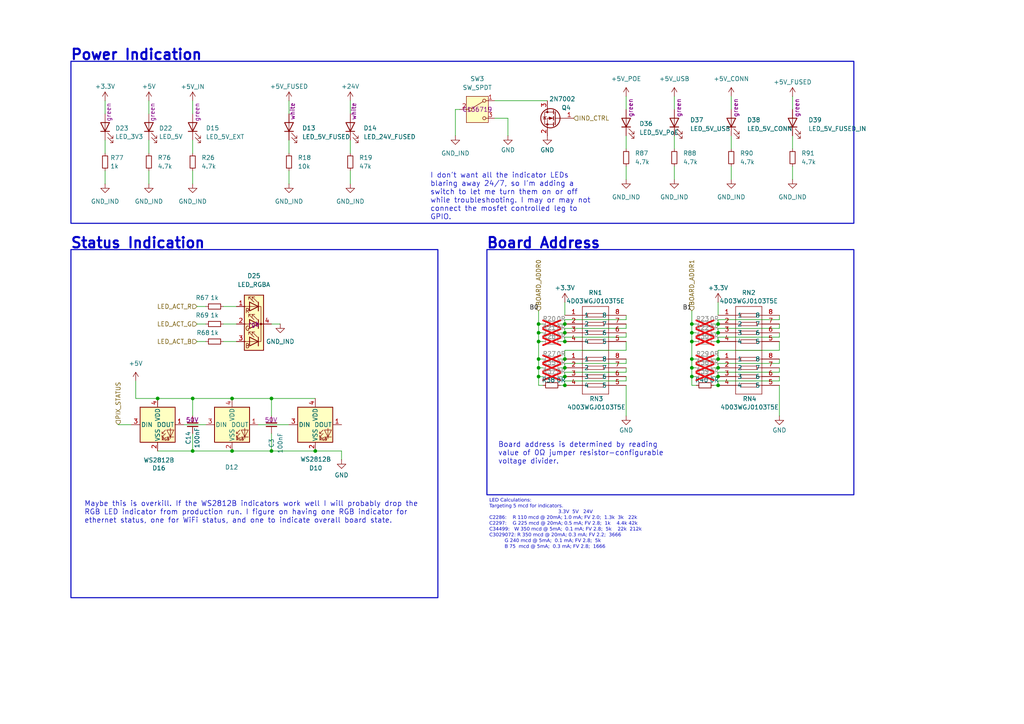
<source format=kicad_sch>
(kicad_sch (version 20250114) (generator "eeschema") (generator_version "9.0")
  (paper "A4")
  (lib_symbols
    (symbol "Device:C_Small" (pin_numbers (hide yes)) (pin_names (offset 0.254) (hide yes))
      (property "Reference" "C" (at 0.254 1.778 0))
      (property "Value" "C_Small" (at 0.254 -2.032 0))
      (symbol "C_Small_0_1"
        (polyline (pts (xy -1.524 0.508) (xy 1.524 0.508)) (stroke (width 0.3048)))
        (polyline (pts (xy -1.524 -0.508) (xy 1.524 -0.508)) (stroke (width 0.3302)))
      )
      (symbol "C_Small_1_1"
        (pin passive line (at 0 2.54 270) (length 2.032) (name "~") (number "1"))
        (pin passive line (at 0 -2.54 90) (length 2.032) (name "~") (number "2"))
      )
    )
    (symbol "Device:LED" (pin_numbers (hide yes)) (pin_names (offset 1.016) (hide yes))
      (property "Reference" "D" (at 0 2.54 0))
      (property "Value" "LED" (at 0 -2.54 0))
      (symbol "LED_0_1"
        (polyline (pts (xy -3.048 -0.762) (xy -4.572 -2.286) (xy -3.81 -2.286) (xy -4.572 -2.286) (xy -4.572 -1.524)))
        (polyline (pts (xy -1.778 -0.762) (xy -3.302 -2.286) (xy -2.54 -2.286) (xy -3.302 -2.286) (xy -3.302 -1.524)))
        (polyline (pts (xy -1.27 0) (xy 1.27 0)))
        (polyline (pts (xy -1.27 -1.27) (xy -1.27 1.27)) (stroke (width 0.254)))
        (polyline (pts (xy 1.27 -1.27) (xy 1.27 1.27) (xy -1.27 0) (xy 1.27 -1.27)) (stroke (width 0.254)))
      )
      (symbol "LED_1_1"
        (pin passive line (at -3.81 0 0) (length 2.54) (name "K") (number "1"))
        (pin passive line (at 3.81 0 180) (length 2.54) (name "A") (number "2"))
      )
    )
    (symbol "Device:LED_RGBK" (pin_names (offset 0) (hide yes))
      (property "Reference" "D" (at 0 9.398 0))
      (property "Value" "LED_RGBK" (at 0 -8.89 0))
      (symbol "LED_RGBK_0_0"
        (text "R" (at 1.905 3.81 0) (effects (font (size 1.27 1.27))))
        (text "G" (at 1.905 -1.27 0) (effects (font (size 1.27 1.27))))
        (text "B" (at 1.905 -6.35 0) (effects (font (size 1.27 1.27))))
      )
      (symbol "LED_RGBK_0_1"
        (circle (center -2.032 0) (radius 0.254) (fill (type outline)))
        (polyline (pts (xy -1.27 6.35) (xy -1.27 3.81)) (stroke (width 0.254)))
        (polyline (pts (xy -1.27 6.35) (xy -1.27 3.81) (xy -1.27 3.81)))
        (polyline (pts (xy -1.27 5.08) (xy 1.27 5.08)))
        (polyline (pts (xy -1.27 5.08) (xy -2.032 5.08) (xy -2.032 -5.08) (xy -1.016 -5.08)))
        (polyline (pts (xy -1.27 1.27) (xy -1.27 -1.27)) (stroke (width 0.254)))
        (polyline (pts (xy -1.27 1.27) (xy -1.27 -1.27) (xy -1.27 -1.27)))
        (polyline (pts (xy -1.27 0) (xy -2.54 0)))
        (polyline (pts (xy -1.27 -3.81) (xy -1.27 -6.35)) (stroke (width 0.254)))
        (polyline (pts (xy -1.27 -5.08) (xy 1.27 -5.08)))
        (polyline (pts (xy -1.016 6.35) (xy 0.508 7.874) (xy -0.254 7.874) (xy 0.508 7.874) (xy 0.508 7.112)))
        (polyline (pts (xy -1.016 1.27) (xy 0.508 2.794) (xy -0.254 2.794) (xy 0.508 2.794) (xy 0.508 2.032)))
        (polyline (pts (xy -1.016 -3.81) (xy 0.508 -2.286) (xy -0.254 -2.286) (xy 0.508 -2.286) (xy 0.508 -3.048)))
        (polyline (pts (xy 0 6.35) (xy 1.524 7.874) (xy 0.762 7.874) (xy 1.524 7.874) (xy 1.524 7.112)))
        (polyline (pts (xy 0 1.27) (xy 1.524 2.794) (xy 0.762 2.794) (xy 1.524 2.794) (xy 1.524 2.032)))
        (polyline (pts (xy 0 -3.81) (xy 1.524 -2.286) (xy 0.762 -2.286) (xy 1.524 -2.286) (xy 1.524 -3.048)))
        (polyline (pts (xy 1.27 6.35) (xy 1.27 3.81) (xy -1.27 5.08) (xy 1.27 6.35)) (stroke (width 0.254)))
        (rectangle (start 1.27 6.35) (end 1.27 6.35))
        (polyline (pts (xy 1.27 5.08) (xy 2.54 5.08)))
        (rectangle (start 1.27 3.81) (end 1.27 6.35))
        (polyline (pts (xy 1.27 1.27) (xy 1.27 -1.27) (xy -1.27 0) (xy 1.27 1.27)) (stroke (width 0.254)))
        (rectangle (start 1.27 1.27) (end 1.27 1.27))
        (polyline (pts (xy 1.27 0) (xy -1.27 0)))
        (polyline (pts (xy 1.27 0) (xy 2.54 0)))
        (rectangle (start 1.27 -1.27) (end 1.27 1.27))
        (polyline (pts (xy 1.27 -3.81) (xy 1.27 -6.35) (xy -1.27 -5.08) (xy 1.27 -3.81)) (stroke (width 0.254)))
        (polyline (pts (xy 1.27 -5.08) (xy 2.54 -5.08)))
        (rectangle (start 2.794 8.382) (end -2.794 -7.62) (stroke (width 0.254)) (fill (type background)))
      )
      (symbol "LED_RGBK_1_1"
        (pin passive line (at -5.08 0 0) (length 2.54) (name "K") (number "4"))
        (pin passive line (at 5.08 5.08 180) (length 2.54) (name "RA") (number "1"))
        (pin passive line (at 5.08 0 180) (length 2.54) (name "GA") (number "2"))
        (pin passive line (at 5.08 -5.08 180) (length 2.54) (name "BA") (number "3"))
      )
    )
    (symbol "Device:R_Small" (pin_numbers (hide yes)) (pin_names (offset 0.254) (hide yes))
      (property "Reference" "R" (at 0.762 0.508 0))
      (property "Value" "R_Small" (at 0.762 -1.016 0))
      (symbol "R_Small_0_1"
        (rectangle (start -0.762 1.778) (end 0.762 -1.778) (stroke (width 0.2032)))
      )
      (symbol "R_Small_1_1"
        (pin passive line (at 0 2.54 270) (length 0.762) (name "~") (number "1"))
        (pin passive line (at 0 -2.54 90) (length 0.762) (name "~") (number "2"))
      )
    )
    (symbol "LED:WS2812B-2020" (pin_names (offset 0.254))
      (property "Reference" "D" (at 5.08 5.715 0))
      (property "Value" "WS2812B-2020" (at 1.27 -5.715 0))
      (symbol "WS2812B-2020_0_0"
        (text "RGB" (at 2.286 -4.191 0) (effects (font (size 0.762 0.762))))
      )
      (symbol "WS2812B-2020_0_1"
        (polyline (pts (xy 1.27 -2.54) (xy 1.778 -2.54)))
        (polyline (pts (xy 1.27 -3.556) (xy 1.778 -3.556)))
        (polyline (pts (xy 2.286 -1.524) (xy 1.27 -2.54) (xy 1.27 -2.032)))
        (polyline (pts (xy 2.286 -2.54) (xy 1.27 -3.556) (xy 1.27 -3.048)))
        (polyline (pts (xy 3.683 -1.016) (xy 3.683 -3.556) (xy 3.683 -4.064)))
        (polyline (pts (xy 4.699 -1.524) (xy 2.667 -1.524) (xy 3.683 -3.556) (xy 4.699 -1.524)))
        (polyline (pts (xy 4.699 -3.556) (xy 2.667 -3.556)))
        (rectangle (start 5.08 5.08) (end -5.08 -5.08) (stroke (width 0.254)) (fill (type background)))
      )
      (symbol "WS2812B-2020_1_1"
        (pin input line (at -7.62 0 0) (length 2.54) (name "DIN") (number "3"))
        (pin power_in line (at 0 7.62 270) (length 2.54) (name "VDD") (number "4"))
        (pin power_in line (at 0 -7.62 90) (length 2.54) (name "VSS") (number "2"))
        (pin output line (at 7.62 0 180) (length 2.54) (name "DOUT") (number "1"))
      )
    )
    (symbol "Switch:SW_SPDT" (pin_names (offset 0) (hide yes))
      (property "Reference" "SW" (at 0 5.08 0))
      (property "Value" "SW_SPDT" (at 0 -5.08 0))
      (symbol "SW_SPDT_0_1"
        (circle (center -2.032 0) (radius 0.4572))
        (polyline (pts (xy -1.651 0.254) (xy 1.651 2.286)))
        (circle (center 2.032 2.54) (radius 0.4572))
        (circle (center 2.032 -2.54) (radius 0.4572))
      )
      (symbol "SW_SPDT_1_1"
        (rectangle (start -3.175 3.81) (end 3.175 -3.81) (fill (type background)))
        (pin passive line (at -5.08 0 0) (length 2.54) (name "B") (number "2"))
        (pin passive line (at 5.08 2.54 180) (length 2.54) (name "A") (number "1"))
        (pin passive line (at 5.08 -2.54 180) (length 2.54) (name "C") (number "3"))
      )
    )
    (symbol "Transistor_FET:2N7002" (pin_names (hide yes))
      (property "Reference" "Q" (at 5.08 1.905 0))
      (property "Value" "2N7002" (at 5.08 0 0))
      (symbol "2N7002_0_1"
        (polyline (pts (xy 0.254 1.905) (xy 0.254 -1.905)) (stroke (width 0.254)))
        (polyline (pts (xy 0.254 0) (xy -2.54 0)))
        (polyline (pts (xy 0.762 2.286) (xy 0.762 1.27)) (stroke (width 0.254)))
        (polyline (pts (xy 0.762 0.508) (xy 0.762 -0.508)) (stroke (width 0.254)))
        (polyline (pts (xy 0.762 -1.27) (xy 0.762 -2.286)) (stroke (width 0.254)))
        (polyline (pts (xy 0.762 -1.778) (xy 3.302 -1.778) (xy 3.302 1.778) (xy 0.762 1.778)))
        (polyline (pts (xy 1.016 0) (xy 2.032 0.381) (xy 2.032 -0.381) (xy 1.016 0)) (fill (type outline)))
        (circle (center 1.651 0) (radius 2.794) (stroke (width 0.254)))
        (polyline (pts (xy 2.54 2.54) (xy 2.54 1.778)))
        (circle (center 2.54 1.778) (radius 0.254) (fill (type outline)))
        (circle (center 2.54 -1.778) (radius 0.254) (fill (type outline)))
        (polyline (pts (xy 2.54 -2.54) (xy 2.54 0) (xy 0.762 0)))
        (polyline (pts (xy 2.794 0.508) (xy 2.921 0.381) (xy 3.683 0.381) (xy 3.81 0.254)))
        (polyline (pts (xy 3.302 0.381) (xy 2.921 -0.254) (xy 3.683 -0.254) (xy 3.302 0.381)))
      )
      (symbol "2N7002_1_1"
        (pin input line (at -5.08 0 0) (length 2.54) (name "G") (number "1"))
        (pin passive line (at 2.54 5.08 270) (length 2.54) (name "D") (number "3"))
        (pin passive line (at 2.54 -5.08 90) (length 2.54) (name "S") (number "2"))
      )
    )
    (symbol "easyeda2kicad:4D03WGJ0103T5E"
      (property "Reference" "RN" (at 0 8.89 0))
      (property "Value" "4D03WGJ0103T5E" (at 0 -8.89 0))
      (symbol "4D03WGJ0103T5E_0_1"
        (polyline (pts (xy -3.81 6.35) (xy -3.81 -6.35)))
        (polyline (pts (xy -3.81 6.35) (xy 3.81 6.35)))
        (polyline (pts (xy -3.81 3.81) (xy -2.29 3.81)))
        (polyline (pts (xy -3.81 1.27) (xy -2.29 1.27)))
        (polyline (pts (xy -3.81 -1.27) (xy -2.29 -1.27)))
        (polyline (pts (xy -3.81 -3.81) (xy -2.29 -3.81)))
        (polyline (pts (xy -3.81 -6.35) (xy 3.81 -6.35)))
        (polyline (pts (xy -2.29 4.32) (xy 2.29 4.32)))
        (polyline (pts (xy -2.29 4.32) (xy -2.29 3.3) (xy 2.29 3.3) (xy 2.29 4.32)))
        (polyline (pts (xy -2.29 1.78) (xy 2.29 1.78)))
        (polyline (pts (xy -2.29 1.78) (xy -2.29 0.76) (xy 2.29 0.76) (xy 2.29 1.78)))
        (polyline (pts (xy -2.29 -0.76) (xy 2.29 -0.76)))
        (polyline (pts (xy -2.29 -0.76) (xy -2.29 -1.78) (xy 2.29 -1.78) (xy 2.29 -0.76)))
        (polyline (pts (xy -2.29 -3.3) (xy 2.29 -3.3)))
        (polyline (pts (xy -2.29 -3.3) (xy -2.29 -4.32) (xy 2.29 -4.32) (xy 2.29 -3.3)))
        (polyline (pts (xy 2.29 3.81) (xy 3.81 3.81)))
        (polyline (pts (xy 2.29 1.27) (xy 3.81 1.27)))
        (polyline (pts (xy 2.29 -1.27) (xy 3.81 -1.27)))
        (polyline (pts (xy 2.29 -3.81) (xy 3.81 -3.81)))
        (polyline (pts (xy 3.81 6.35) (xy 3.81 -6.35)))
        (pin input line (at -8.89 3.81 0) (length 5.08) (name "1") (number "1"))
        (pin input line (at -8.89 1.27 0) (length 5.08) (name "2") (number "2"))
        (pin input line (at -8.89 -1.27 0) (length 5.08) (name "3") (number "3"))
        (pin input line (at -8.89 -3.81 0) (length 5.08) (name "4") (number "4"))
        (pin input line (at 8.89 3.81 180) (length 5.08) (name "8") (number "8"))
        (pin input line (at 8.89 1.27 180) (length 5.08) (name "7") (number "7"))
        (pin input line (at 8.89 -1.27 180) (length 5.08) (name "6") (number "6"))
        (pin input line (at 8.89 -3.81 180) (length 5.08) (name "5") (number "5"))
      )
    )
    (symbol "power:+24V" (power) (pin_numbers (hide yes)) (pin_names (offset 0) (hide yes))
      (property "Value" "+24V" (at 0 3.556 0))
      (symbol "+24V_0_1"
        (polyline (pts (xy -0.762 1.27) (xy 0 2.54)))
        (polyline (pts (xy 0 2.54) (xy 0.762 1.27)))
        (polyline (pts (xy 0 0) (xy 0 2.54)))
      )
      (symbol "+24V_1_1"
        (pin power_in line (at 0 0 90) (length 0) (name "~") (number "1"))
      )
    )
    (symbol "power:+3.3V" (power) (pin_numbers (hide yes)) (pin_names (offset 0) (hide yes))
      (property "Value" "+3.3V" (at 0 3.556 0))
      (symbol "+3.3V_0_1"
        (polyline (pts (xy -0.762 1.27) (xy 0 2.54)))
        (polyline (pts (xy 0 2.54) (xy 0.762 1.27)))
        (polyline (pts (xy 0 0) (xy 0 2.54)))
      )
      (symbol "+3.3V_1_1"
        (pin power_in line (at 0 0 90) (length 0) (name "~") (number "1"))
      )
    )
    (symbol "power:+5V" (power) (pin_numbers (hide yes)) (pin_names (offset 0) (hide yes))
      (property "Value" "+5V" (at 0 3.556 0))
      (symbol "+5V_0_1"
        (polyline (pts (xy -0.762 1.27) (xy 0 2.54)))
        (polyline (pts (xy 0 2.54) (xy 0.762 1.27)))
        (polyline (pts (xy 0 0) (xy 0 2.54)))
      )
      (symbol "+5V_1_1"
        (pin power_in line (at 0 0 90) (length 0) (name "~") (number "1"))
      )
    )
    (symbol "power:GND" (power) (pin_numbers (hide yes)) (pin_names (offset 0) (hide yes))
      (property "Value" "GND" (at 0 -3.81 0))
      (symbol "GND_0_1"
        (polyline (pts (xy 0 0) (xy 0 -1.27) (xy 1.27 -1.27) (xy 0 -2.54) (xy -1.27 -1.27) (xy 0 -1.27)))
      )
      (symbol "GND_1_1"
        (pin power_in line (at 0 0 270) (length 0) (name "~") (number "1"))
      )
    )
    (symbol "power:GND2" (power) (pin_numbers (hide yes)) (pin_names (offset 0) (hide yes))
      (property "Value" "GND2" (at 0 -3.81 0))
      (symbol "GND2_0_1"
        (polyline (pts (xy 0 0) (xy 0 -1.27) (xy 1.27 -1.27) (xy 0 -2.54) (xy -1.27 -1.27) (xy 0 -1.27)))
      )
      (symbol "GND2_1_1"
        (pin power_in line (at 0 0 270) (length 0) (name "~") (number "1"))
      )
    )
  )
  (rectangle (start 20.574 17.78) (end 247.65 64.77) (stroke (width 0.3)))
  (rectangle (start 20.574 72.39) (end 127 173.355) (stroke (width 0.3)))
  (rectangle (start 141.224 72.39) (end 247.65 143.51) (stroke (width 0.3)))
  (text "Board Address" (at 140.97 72.39 0) (effects (font (size 3 3) (thickness 0.6) (bold yes)) (justify left bottom)))
  (text "Status Indication" (at 20.32 72.39 0) (effects (font (size 3 3) (thickness 0.6) (bold yes)) (justify left bottom)))
  (text "Power Indication" (at 20.32 17.78 0) (effects (font (size 3 3) (thickness 0.6) (bold yes)) (justify left bottom)))
  (text_box "LED Calculations:\nTargeting 5 mcd for indicators.\n                                             3.3V  5V   24V\nC2286:    R 110 mcd @ 20mA; 1.0 mA; FV 2.0;  1.3k  3k   22k\nC2297:    G 225 mcd @ 20mA; 0.5 mA; FV 2.8;  1k    4.4k 42k \nC34499:   W 350 mcd @ 5mA;  0.1 mA; FV 2.8;  5k    22k  212k \nC3029072: R 350 mcd @ 20mA; 0.3 mA; FV 2.2;  3666\n          G 240 mcd @ 5mA;  0.1 mA; FV 2.8;  5k\n          B 75  mcd @ 5mA;  0.3 mA; FV 2.8;  1666" (at 140.97 143.51 0) (size 55.88 20.32) (margins 0.9525 0.9525 0.9525 0.9525) (stroke (width -0.0001)) (effects (font (size 1 1)) (justify left top)))
  (text_box "I don't want all the indicator LEDs blaring away 24/7, so I'm adding a switch to let me turn them on or off while troubleshooting. I may or may not connect the mosfet controlled leg to GPIO." (at 123.825 48.895 0) (size 50.8 12.7) (margins 0.9525 0.9525 0.9525 0.9525) (stroke (width -0.0001)) (effects (font (size 1.5 1.5)) (justify left top)))
  (text_box "Board address is determined by reading value of 0Ω jumper resistor-configurable voltage divider. " (at 143.51 127 0) (size 50.8 15.24) (margins 0.9525 0.9525 0.9525 0.9525) (stroke (width -0.0001)) (effects (font (size 1.5 1.5)) (justify left top)))
  (text_box "Maybe this is overkill. If the WS2812B indicators work well I will probably drop the RGB LED indicator from production run. I figure on having one RGB indicator for ethernet status, one for WiFi status, and one to indicate overall board state." (at 23.495 144.145 0) (size 99.695 26.035) (margins 0.9525 0.9525 0.9525 0.9525) (stroke (width -0.0001)) (effects (font (size 1.5 1.5)) (justify left top)))
  (junction (at 163.83 104.14))
  (junction (at 208.28 106.68))
  (junction (at 163.83 111.76))
  (junction (at 200.66 104.14))
  (junction (at 45.72 115.57))
  (junction (at 78.74 115.57))
  (junction (at 200.66 109.22))
  (junction (at 163.83 96.52))
  (junction (at 55.88 130.81))
  (junction (at 163.83 109.22))
  (junction (at 156.21 93.98))
  (junction (at 163.83 106.68))
  (junction (at 67.31 115.57))
  (junction (at 67.31 130.81))
  (junction (at 200.66 99.06))
  (junction (at 91.44 130.81))
  (junction (at 208.28 111.76))
  (junction (at 156.21 96.52))
  (junction (at 208.28 96.52))
  (junction (at 78.74 130.81))
  (junction (at 156.21 106.68))
  (junction (at 200.66 106.68))
  (junction (at 208.28 109.22))
  (junction (at 200.66 93.98))
  (junction (at 208.28 104.14))
  (junction (at 200.66 96.52))
  (junction (at 208.28 93.98))
  (junction (at 156.21 109.22))
  (junction (at 163.83 93.98))
  (junction (at 156.21 99.06))
  (junction (at 163.83 99.06))
  (junction (at 156.21 104.14))
  (junction (at 208.28 99.06))
  (junction (at 55.88 115.57))
  (wire (pts (xy 181.61 111.76) (xy 181.61 120.65)))
  (wire (pts (xy 226.06 91.44) (xy 226.06 92.71)))
  (wire (pts (xy 43.18 53.34) (xy 43.18 49.53)))
  (wire (pts (xy 55.88 115.57) (xy 55.88 120.65)))
  (wire (pts (xy 162.56 99.06) (xy 163.83 99.06)))
  (wire (pts (xy 200.66 106.68) (xy 200.66 109.22)))
  (wire (pts (xy 156.21 99.06) (xy 156.21 104.14)))
  (wire (pts (xy 200.66 93.98) (xy 200.66 96.52)))
  (wire (pts (xy 147.32 34.29) (xy 143.51 34.29)))
  (wire (pts (xy 78.74 125.73) (xy 78.74 130.81)))
  (wire (pts (xy 43.18 29.21) (xy 43.18 33.02)))
  (wire (pts (xy 59.69 123.19) (xy 53.34 123.19)))
  (wire (pts (xy 200.66 109.22) (xy 201.93 109.22)))
  (wire (pts (xy 163.83 110.49) (xy 181.61 110.49)))
  (wire (pts (xy 163.83 96.52) (xy 163.83 95.25)))
  (wire (pts (xy 30.48 40.64) (xy 30.48 44.45)))
  (wire (pts (xy 212.09 52.07) (xy 212.09 48.26)))
  (wire (pts (xy 207.01 99.06) (xy 208.28 99.06)))
  (wire (pts (xy 163.83 104.14) (xy 163.83 101.6)))
  (wire (pts (xy 208.28 92.71) (xy 208.28 93.98)))
  (wire (pts (xy 200.66 90.17) (xy 200.66 93.98)))
  (wire (pts (xy 181.61 110.49) (xy 181.61 109.22)))
  (wire (pts (xy 226.06 93.98) (xy 226.06 95.25)))
  (wire (pts (xy 57.15 93.98) (xy 59.69 93.98)))
  (wire (pts (xy 55.88 115.57) (xy 67.31 115.57)))
  (wire (pts (xy 162.56 93.98) (xy 163.83 93.98)))
  (wire (pts (xy 64.77 93.98) (xy 68.58 93.98)))
  (wire (pts (xy 207.01 104.14) (xy 208.28 104.14)))
  (wire (pts (xy 200.66 111.76) (xy 201.93 111.76)))
  (wire (pts (xy 101.6 40.64) (xy 101.6 44.45)))
  (wire (pts (xy 101.6 29.21) (xy 101.6 33.02)))
  (wire (pts (xy 208.28 104.14) (xy 208.28 101.6)))
  (wire (pts (xy 163.83 109.22) (xy 163.83 107.95)))
  (wire (pts (xy 30.48 53.34) (xy 30.48 49.53)))
  (wire (pts (xy 163.83 92.71) (xy 181.61 92.71)))
  (wire (pts (xy 195.58 39.37) (xy 195.58 43.18)))
  (wire (pts (xy 83.82 40.64) (xy 83.82 44.45)))
  (wire (pts (xy 163.83 97.79) (xy 181.61 97.79)))
  (wire (pts (xy 45.72 130.81) (xy 55.88 130.81)))
  (wire (pts (xy 156.21 96.52) (xy 156.21 99.06)))
  (wire (pts (xy 57.15 88.9) (xy 59.69 88.9)))
  (wire (pts (xy 181.61 93.98) (xy 181.61 95.25)))
  (wire (pts (xy 156.21 96.52) (xy 157.48 96.52)))
  (wire (pts (xy 78.74 130.81) (xy 91.44 130.81)))
  (wire (pts (xy 212.09 39.37) (xy 212.09 43.18)))
  (wire (pts (xy 91.44 130.81) (xy 99.06 130.81)))
  (wire (pts (xy 200.66 93.98) (xy 201.93 93.98)))
  (wire (pts (xy 163.83 95.25) (xy 181.61 95.25)))
  (wire (pts (xy 156.21 106.68) (xy 156.21 109.22)))
  (wire (pts (xy 181.61 27.94) (xy 181.61 31.75)))
  (wire (pts (xy 208.28 101.6) (xy 226.06 101.6)))
  (wire (pts (xy 34.29 123.19) (xy 38.1 123.19)))
  (wire (pts (xy 156.21 109.22) (xy 156.21 111.76)))
  (wire (pts (xy 101.6 53.34) (xy 101.6 49.53)))
  (wire (pts (xy 200.66 104.14) (xy 201.93 104.14)))
  (wire (pts (xy 229.87 52.07) (xy 229.87 48.26)))
  (wire (pts (xy 163.83 99.06) (xy 163.83 97.79)))
  (wire (pts (xy 163.83 106.68) (xy 163.83 105.41)))
  (wire (pts (xy 43.18 40.64) (xy 43.18 44.45)))
  (wire (pts (xy 226.06 104.14) (xy 226.06 105.41)))
  (wire (pts (xy 83.82 53.34) (xy 83.82 49.53)))
  (wire (pts (xy 181.61 104.14) (xy 181.61 105.41)))
  (wire (pts (xy 200.66 96.52) (xy 200.66 99.06)))
  (wire (pts (xy 208.28 97.79) (xy 208.28 99.06)))
  (wire (pts (xy 163.83 93.98) (xy 163.83 92.71)))
  (wire (pts (xy 200.66 104.14) (xy 200.66 106.68)))
  (wire (pts (xy 181.61 96.52) (xy 181.61 97.79)))
  (wire (pts (xy 39.37 110.49) (xy 39.37 115.57)))
  (wire (pts (xy 64.77 99.06) (xy 68.58 99.06)))
  (wire (pts (xy 226.06 97.79) (xy 208.28 97.79)))
  (wire (pts (xy 156.21 99.06) (xy 157.48 99.06)))
  (wire (pts (xy 162.56 104.14) (xy 163.83 104.14)))
  (wire (pts (xy 81.28 93.98) (xy 78.74 93.98)))
  (wire (pts (xy 162.56 111.76) (xy 163.83 111.76)))
  (wire (pts (xy 195.58 27.94) (xy 195.58 31.75)))
  (wire (pts (xy 143.51 29.21) (xy 158.75 29.21)))
  (wire (pts (xy 45.72 115.57) (xy 55.88 115.57)))
  (wire (pts (xy 55.88 40.64) (xy 55.88 44.45)))
  (wire (pts (xy 163.83 107.95) (xy 181.61 107.95)))
  (wire (pts (xy 200.66 106.68) (xy 201.93 106.68)))
  (wire (pts (xy 207.01 109.22) (xy 208.28 109.22)))
  (wire (pts (xy 226.06 110.49) (xy 226.06 109.22)))
  (wire (pts (xy 67.31 130.81) (xy 78.74 130.81)))
  (wire (pts (xy 200.66 99.06) (xy 200.66 104.14)))
  (wire (pts (xy 207.01 93.98) (xy 208.28 93.98)))
  (wire (pts (xy 78.74 115.57) (xy 78.74 120.65)))
  (wire (pts (xy 226.06 99.06) (xy 226.06 101.6)))
  (wire (pts (xy 208.28 95.25) (xy 208.28 96.52)))
  (wire (pts (xy 181.61 92.71) (xy 181.61 91.44)))
  (wire (pts (xy 208.28 106.68) (xy 208.28 105.41)))
  (wire (pts (xy 208.28 107.95) (xy 226.06 107.95)))
  (wire (pts (xy 226.06 92.71) (xy 208.28 92.71)))
  (wire (pts (xy 181.61 107.95) (xy 181.61 106.68)))
  (wire (pts (xy 30.48 29.21) (xy 30.48 33.02)))
  (wire (pts (xy 229.87 27.94) (xy 229.87 31.75)))
  (wire (pts (xy 132.08 31.75) (xy 133.35 31.75)))
  (wire (pts (xy 229.87 39.37) (xy 229.87 43.18)))
  (wire (pts (xy 156.21 93.98) (xy 157.48 93.98)))
  (wire (pts (xy 195.58 52.07) (xy 195.58 48.26)))
  (wire (pts (xy 200.66 96.52) (xy 201.93 96.52)))
  (wire (pts (xy 83.82 29.21) (xy 83.82 33.02)))
  (wire (pts (xy 74.93 123.19) (xy 83.82 123.19)))
  (wire (pts (xy 163.83 111.76) (xy 163.83 110.49)))
  (wire (pts (xy 163.83 87.63) (xy 163.83 91.44)))
  (wire (pts (xy 156.21 106.68) (xy 157.48 106.68)))
  (wire (pts (xy 55.88 53.34) (xy 55.88 49.53)))
  (wire (pts (xy 162.56 106.68) (xy 163.83 106.68)))
  (wire (pts (xy 55.88 130.81) (xy 67.31 130.81)))
  (wire (pts (xy 132.08 39.37) (xy 132.08 31.75)))
  (wire (pts (xy 156.21 90.17) (xy 156.21 93.98)))
  (wire (pts (xy 208.28 105.41) (xy 226.06 105.41)))
  (wire (pts (xy 200.66 109.22) (xy 200.66 111.76)))
  (wire (pts (xy 163.83 105.41) (xy 181.61 105.41)))
  (wire (pts (xy 147.32 39.37) (xy 147.32 34.29)))
  (wire (pts (xy 156.21 93.98) (xy 156.21 96.52)))
  (wire (pts (xy 99.06 130.81) (xy 99.06 133.35)))
  (wire (pts (xy 156.21 104.14) (xy 157.48 104.14)))
  (wire (pts (xy 55.88 125.73) (xy 55.88 130.81)))
  (wire (pts (xy 156.21 111.76) (xy 157.48 111.76)))
  (wire (pts (xy 64.77 88.9) (xy 68.58 88.9)))
  (wire (pts (xy 57.15 99.06) (xy 59.69 99.06)))
  (wire (pts (xy 78.74 115.57) (xy 91.44 115.57)))
  (wire (pts (xy 207.01 106.68) (xy 208.28 106.68)))
  (wire (pts (xy 181.61 52.07) (xy 181.61 48.26)))
  (wire (pts (xy 208.28 109.22) (xy 208.28 107.95)))
  (wire (pts (xy 208.28 110.49) (xy 226.06 110.49)))
  (wire (pts (xy 208.28 87.63) (xy 208.28 91.44)))
  (wire (pts (xy 162.56 109.22) (xy 163.83 109.22)))
  (wire (pts (xy 156.21 109.22) (xy 157.48 109.22)))
  (wire (pts (xy 226.06 95.25) (xy 208.28 95.25)))
  (wire (pts (xy 163.83 101.6) (xy 181.61 101.6)))
  (wire (pts (xy 39.37 115.57) (xy 45.72 115.57)))
  (wire (pts (xy 207.01 96.52) (xy 208.28 96.52)))
  (wire (pts (xy 226.06 96.52) (xy 226.06 97.79)))
  (wire (pts (xy 55.88 29.21) (xy 55.88 33.02)))
  (wire (pts (xy 181.61 39.37) (xy 181.61 43.18)))
  (wire (pts (xy 67.31 115.57) (xy 78.74 115.57)))
  (wire (pts (xy 208.28 111.76) (xy 208.28 110.49)))
  (wire (pts (xy 226.06 111.76) (xy 226.06 120.65)))
  (wire (pts (xy 162.56 96.52) (xy 163.83 96.52)))
  (wire (pts (xy 226.06 107.95) (xy 226.06 106.68)))
  (wire (pts (xy 200.66 99.06) (xy 201.93 99.06)))
  (wire (pts (xy 156.21 104.14) (xy 156.21 106.68)))
  (wire (pts (xy 212.09 27.94) (xy 212.09 31.75)))
  (wire (pts (xy 207.01 111.76) (xy 208.28 111.76)))
  (wire (pts (xy 181.61 99.06) (xy 181.61 101.6)))
  (label "B0" (at 156.21 90.17 180))
  (label "B1" (at 200.66 90.17 180))
  (hierarchical_label "LED_ACT_G" (shape input) (at 57.15 93.98 180))
  (hierarchical_label "BOARD_ADDR0" (shape input) (at 156.21 90.17 90))
  (hierarchical_label "LED_ACT_B" (shape input) (at 57.15 99.06 180))
  (hierarchical_label "BOARD_ADDR1" (shape input) (at 200.66 90.17 90))
  (hierarchical_label "IND_CTRL" (shape input) (at 166.37 34.29 0))
  (hierarchical_label "LED_ACT_R" (shape input) (at 57.15 88.9 180))
  (hierarchical_label "PIX_STATUS" (shape input) (at 34.29 123.19 90))
  (symbol (lib_id "power:GND2") (at 55.88 53.34 0) (unit 1)
    (property "Reference" "#PWR0171" (effects (hide yes)))
    (property "Value" "GND_IND" (at 55.88 58.42 0))
    (property "Description" "Power symbol creates a global label with name \"GND2\" , ground" (effects (hide yes)))
  )
  (symbol (lib_id "power:+5V") (at 83.82 29.21 0) (unit 1)
    (property "Reference" "#PWR012" (effects (hide yes)))
    (property "Value" "+5V_FUSED" (at 83.82 25.0769 0))
    (property "Description" "Power symbol creates a global label with name \"+5V\"" (effects (hide yes)))
  )
  (symbol (lib_id "Device:LED") (at 229.87 35.56 90) (unit 1)
    (property "Reference" "D39" (at 234.442 34.798 90) (effects (justify right)))
    (property "Value" "LED_5V_FUSED_IN" (at 234.442 37.338 90) (effects (justify right)))
    (property "Footprint" "LED_SMD:LED_0805_2012Metric" (effects (hide yes)))
    (property "Description" "Light emitting diode" (effects (hide yes)))
    (property "LCSC" "C2297" (effects (hide yes)))
    (property "color" "green" (at 231.14 31.242 0))
  )
  (symbol (lib_id "power:+3.3V") (at 208.28 87.63 0) (unit 1)
    (property "Reference" "#PWR086" (effects (hide yes)))
    (property "Value" "+3.3V" (at 208.28 83.4969 0))
    (property "Description" "Power symbol creates a global label with name \"+3.3V\"" (effects (hide yes)))
  )
  (symbol (lib_id "Device:R_Small") (at 204.47 104.14 90) (unit 1) (dnp yes)
    (property "Reference" "R29" (at 205.74 102.616 90) (effects (justify left)))
    (property "Value" "0R" (at 208.534 102.616 90) (effects (justify left)))
    (property "Footprint" "Resistor_SMD:R_0603_1608Metric" (effects (hide yes)))
    (property "Description" "Resistor, small symbol" (effects (hide yes)))
    (property "LCSC" "C21189" (effects (hide yes)))
  )
  (symbol (lib_id "power:GND2") (at 132.08 39.37 0) (unit 1)
    (property "Reference" "#PWR0175" (effects (hide yes)))
    (property "Value" "GND_IND" (at 132.08 44.45 0))
    (property "Description" "Power symbol creates a global label with name \"GND2\" , ground" (effects (hide yes)))
  )
  (symbol (lib_id "Device:R_Small") (at 160.02 104.14 90) (unit 1) (dnp yes)
    (property "Reference" "R27" (at 161.29 102.616 90) (effects (justify left)))
    (property "Value" "0R" (at 164.084 102.616 90) (effects (justify left)))
    (property "Footprint" "Resistor_SMD:R_0603_1608Metric" (effects (hide yes)))
    (property "Description" "Resistor, small symbol" (effects (hide yes)))
    (property "LCSC" "C21189" (effects (hide yes)))
  )
  (symbol (lib_id "power:GND2") (at 181.61 52.07 0) (unit 1)
    (property "Reference" "#PWR0167" (effects (hide yes)))
    (property "Value" "GND_IND" (at 181.61 57.15 0))
    (property "Description" "Power symbol creates a global label with name \"GND2\" , ground" (effects (hide yes)))
  )
  (symbol (lib_id "Device:R_Small") (at 204.47 93.98 90) (unit 1) (dnp yes)
    (property "Reference" "R23" (at 205.74 92.456 90) (effects (justify left)))
    (property "Value" "0R" (at 208.534 92.456 90) (effects (justify left)))
    (property "Footprint" "Resistor_SMD:R_0603_1608Metric" (effects (hide yes)))
    (property "Description" "Resistor, small symbol" (effects (hide yes)))
    (property "LCSC" "C21189" (effects (hide yes)))
  )
  (symbol (lib_id "Switch:SW_SPDT") (at 138.43 31.75 0) (unit 1)
    (property "Reference" "SW3" (at 138.43 22.86 0))
    (property "Value" "SW_SPDT" (at 138.43 25.4 0))
    (property "Footprint" "easyeda2kicad:SW-TH_SS-12D02-VG4" (effects (hide yes)))
    (property "Description" "Switch, single pole double throw" (effects (hide yes)))
    (property "LCSC" "C136719" (at 138.43 31.75 0))
  )
  (symbol (lib_id "easyeda2kicad:4D03WGJ0103T5E") (at 217.17 95.25 0) (unit 1)
    (property "Reference" "RN2" (at 217.17 84.8825 0))
    (property "Value" "4D03WGJ0103T5E" (at 217.17 87.3068 0))
    (property "Footprint" "easyeda2kicad:RES-ARRAY-SMD_0603-8P-L3.2-W1.6-BL" (effects (hide yes)))
    (property "Datasheet" "https://lcsc.com/product-detail/Resistor-Networks-Arrays_10KR-103-5_C29718.html" (effects (hide yes)))
    (property "LCSC Part" "C29718" (effects (hide yes)))
    (property "LCSC" "C29718" (effects (hide yes)))
  )
  (symbol (lib_id "Device:LED") (at 101.6 36.83 90) (unit 1)
    (property "Reference" "D14" (at 105.41 37.1474 90) (effects (justify right)))
    (property "Value" "LED_24V_FUSED" (at 105.41 39.6874 90) (effects (justify right)))
    (property "Footprint" "LED_SMD:LED_0805_2012Metric" (effects (hide yes)))
    (property "Description" "Light emitting diode" (effects (hide yes)))
    (property "LCSC" "C34499" (effects (hide yes)))
    (property "color" "white" (at 102.616 32.258 0))
  )
  (symbol (lib_id "Device:LED") (at 55.88 36.83 90) (unit 1)
    (property "Reference" "D15" (at 59.69 37.1474 90) (effects (justify right)))
    (property "Value" "LED_5V_EXT" (at 59.69 39.6874 90) (effects (justify right)))
    (property "Footprint" "LED_SMD:LED_0805_2012Metric" (effects (hide yes)))
    (property "Description" "Light emitting diode" (effects (hide yes)))
    (property "LCSC" "C2297" (effects (hide yes)))
    (property "color" "green" (at 57.15 32.512 0))
  )
  (symbol (lib_id "Device:LED") (at 30.48 36.83 90) (unit 1)
    (property "Reference" "D23" (at 33.401 37.2053 90) (effects (justify right)))
    (property "Value" "LED_3V3" (at 33.401 39.6296 90) (effects (justify right)))
    (property "Footprint" "LED_SMD:LED_0805_2012Metric" (effects (hide yes)))
    (property "Description" "Light emitting diode" (effects (hide yes)))
    (property "LCSC" "C2297" (effects (hide yes)))
    (property "color" "green" (at 31.496 32.512 0))
  )
  (symbol (lib_id "power:GND") (at 147.32 39.37 0) (unit 1)
    (property "Reference" "#PWR0177" (effects (hide yes)))
    (property "Value" "GND" (at 147.32 43.5031 0))
    (property "Description" "Power symbol creates a global label with name \"GND\" , ground" (effects (hide yes)))
  )
  (symbol (lib_id "Device:R_Small") (at 55.88 46.99 0) (unit 1)
    (property "Reference" "R26" (at 58.42 45.7199 0) (effects (justify left)))
    (property "Value" "4.7k" (at 58.42 48.2599 0) (effects (justify left)))
    (property "Footprint" "Resistor_SMD:R_0603_1608Metric" (effects (hide yes)))
    (property "Description" "Resistor, small symbol" (effects (hide yes)))
    (property "LCSC" "C23162" (effects (hide yes)))
  )
  (symbol (lib_id "Device:R_Small") (at 160.02 109.22 90) (unit 1) (dnp yes)
    (property "Reference" "R37" (at 161.29 107.696 90) (effects (justify left)))
    (property "Value" "0R" (at 164.084 107.696 90) (effects (justify left)))
    (property "Footprint" "Resistor_SMD:R_0603_1608Metric" (effects (hide yes)))
    (property "Description" "Resistor, small symbol" (effects (hide yes)))
    (property "LCSC" "C21189" (effects (hide yes)))
  )
  (symbol (lib_id "Device:R_Small") (at 204.47 96.52 90) (unit 1) (dnp yes)
    (property "Reference" "R22" (at 205.74 94.996 90) (effects (justify left)))
    (property "Value" "0R" (at 208.534 94.996 90) (effects (justify left)))
    (property "Footprint" "Resistor_SMD:R_0603_1608Metric" (effects (hide yes)))
    (property "Description" "Resistor, small symbol" (effects (hide yes)))
    (property "LCSC" "C21189" (effects (hide yes)))
  )
  (symbol (lib_id "power:GND2") (at 101.6 53.34 0) (unit 1)
    (property "Reference" "#PWR0170" (effects (hide yes)))
    (property "Value" "GND_IND" (at 101.6 58.42 0))
    (property "Description" "Power symbol creates a global label with name \"GND2\" , ground" (effects (hide yes)))
  )
  (symbol (lib_id "Device:R_Small") (at 160.02 93.98 90) (unit 1) (dnp yes)
    (property "Reference" "R20" (at 161.29 92.456 90) (effects (justify left)))
    (property "Value" "0R" (at 164.084 92.456 90) (effects (justify left)))
    (property "Footprint" "Resistor_SMD:R_0603_1608Metric" (effects (hide yes)))
    (property "Description" "Resistor, small symbol" (effects (hide yes)))
    (property "LCSC" "C21189" (effects (hide yes)))
  )
  (symbol (lib_id "Device:C_Small") (at 78.74 123.19 180) (unit 1)
    (property "Reference" "C3" (at 78.74 128.524 90))
    (property "Value" "100nF" (at 81.28 128.524 90))
    (property "Footprint" "Capacitor_SMD:C_0603_1608Metric" (effects (hide yes)))
    (property "Description" "Unpolarized capacitor, small symbol" (effects (hide yes)))
    (property "LCSC" "C14663" (effects (hide yes)))
    (property "Rating" "50V" (at 78.613 121.793 0))
  )
  (symbol (lib_id "power:GND2") (at 43.18 53.34 0) (unit 1)
    (property "Reference" "#PWR0166" (effects (hide yes)))
    (property "Value" "GND_IND" (at 43.18 58.42 0))
    (property "Description" "Power symbol creates a global label with name \"GND2\" , ground" (effects (hide yes)))
  )
  (symbol (lib_id "power:GND") (at 181.61 120.65 0) (unit 1)
    (property "Reference" "#PWR085" (effects (hide yes)))
    (property "Value" "GND" (at 181.61 124.7831 0))
    (property "Description" "Power symbol creates a global label with name \"GND\" , ground" (effects (hide yes)))
  )
  (symbol (lib_id "power:+5V") (at 39.37 110.49 0) (unit 1)
    (property "Reference" "#PWR01" (effects (hide yes)))
    (property "Value" "+5V" (at 39.37 105.41 0))
    (property "Description" "Power symbol creates a global label with name \"+5V\"" (effects (hide yes)))
  )
  (symbol (lib_id "Device:R_Small") (at 83.82 46.99 0) (unit 1)
    (property "Reference" "R18" (at 86.36 45.7199 0) (effects (justify left)))
    (property "Value" "10k" (at 86.36 48.2599 0) (effects (justify left)))
    (property "Footprint" "Resistor_SMD:R_0603_1608Metric" (effects (hide yes)))
    (property "Description" "Resistor, small symbol" (effects (hide yes)))
    (property "LCSC" "C25804" (effects (hide yes)))
  )
  (symbol (lib_id "power:GND2") (at 81.28 93.98 0) (unit 1)
    (property "Reference" "#PWR0178" (effects (hide yes)))
    (property "Value" "GND_IND" (at 81.28 99.06 0))
    (property "Description" "Power symbol creates a global label with name \"GND2\" , ground" (effects (hide yes)))
  )
  (symbol (lib_id "Device:R_Small") (at 229.87 45.72 0) (unit 1)
    (property "Reference" "R91" (at 232.41 44.4499 0) (effects (justify left)))
    (property "Value" "4.7k" (at 232.41 46.9899 0) (effects (justify left)))
    (property "Footprint" "Resistor_SMD:R_0603_1608Metric" (effects (hide yes)))
    (property "Description" "Resistor, small symbol" (effects (hide yes)))
    (property "LCSC" "C23162" (effects (hide yes)))
  )
  (symbol (lib_id "Device:R_Small") (at 160.02 106.68 90) (unit 1) (dnp yes)
    (property "Reference" "R35" (at 161.29 105.156 90) (effects (justify left)))
    (property "Value" "0R" (at 164.084 105.156 90) (effects (justify left)))
    (property "Footprint" "Resistor_SMD:R_0603_1608Metric" (effects (hide yes)))
    (property "Description" "Resistor, small symbol" (effects (hide yes)))
    (property "LCSC" "C21189" (effects (hide yes)))
  )
  (symbol (lib_id "power:+5V") (at 229.87 27.94 0) (unit 1)
    (property "Reference" "#PWR0139" (effects (hide yes)))
    (property "Value" "+5V_FUSED" (at 229.87 23.8069 0))
    (property "Description" "Power symbol creates a global label with name \"+5V\"" (effects (hide yes)))
  )
  (symbol (lib_id "Device:LED") (at 195.58 35.56 90) (unit 1)
    (property "Reference" "D37" (at 200.152 34.798 90) (effects (justify right)))
    (property "Value" "LED_5V_USB" (at 200.152 37.338 90) (effects (justify right)))
    (property "Footprint" "LED_SMD:LED_0805_2012Metric" (effects (hide yes)))
    (property "Description" "Light emitting diode" (effects (hide yes)))
    (property "LCSC" "C2297" (effects (hide yes)))
    (property "color" "green" (at 196.85 31.242 0))
  )
  (symbol (lib_id "Device:R_Small") (at 30.48 46.99 0) (unit 1)
    (property "Reference" "R77" (at 31.9786 45.7778 0) (effects (justify left)))
    (property "Value" "1k" (at 31.9786 48.2021 0) (effects (justify left)))
    (property "Footprint" "Resistor_SMD:R_0603_1608Metric" (effects (hide yes)))
    (property "Description" "Resistor, small symbol" (effects (hide yes)))
    (property "LCSC" "C21190" (effects (hide yes)))
  )
  (symbol (lib_id "Device:R_Small") (at 62.23 93.98 90) (unit 1)
    (property "Reference" "R69" (at 58.674 91.44 90))
    (property "Value" "1k" (at 62.23 91.44 90))
    (property "Footprint" "Resistor_SMD:R_0603_1608Metric" (effects (hide yes)))
    (property "Description" "Resistor, small symbol" (effects (hide yes)))
    (property "LCSC" "C21190" (effects (hide yes)))
  )
  (symbol (lib_id "Device:R_Small") (at 204.47 109.22 90) (unit 1) (dnp yes)
    (property "Reference" "R39" (at 205.74 107.696 90) (effects (justify left)))
    (property "Value" "0R" (at 208.534 107.696 90) (effects (justify left)))
    (property "Footprint" "Resistor_SMD:R_0603_1608Metric" (effects (hide yes)))
    (property "Description" "Resistor, small symbol" (effects (hide yes)))
    (property "LCSC" "C21189" (effects (hide yes)))
  )
  (symbol (lib_id "easyeda2kicad:4D03WGJ0103T5E") (at 172.72 107.95 0) (unit 1)
    (property "Reference" "RN3" (at 172.974 115.6857 0))
    (property "Value" "4D03WGJ0103T5E" (at 172.974 118.11 0))
    (property "Footprint" "easyeda2kicad:RES-ARRAY-SMD_0603-8P-L3.2-W1.6-BL" (effects (hide yes)))
    (property "Datasheet" "https://lcsc.com/product-detail/Resistor-Networks-Arrays_10KR-103-5_C29718.html" (effects (hide yes)))
    (property "LCSC Part" "C29718" (effects (hide yes)))
    (property "LCSC" "C29718" (effects (hide yes)))
  )
  (symbol (lib_id "Device:R_Small") (at 101.6 46.99 0) (unit 1)
    (property "Reference" "R19" (at 104.14 45.7199 0) (effects (justify left)))
    (property "Value" "47k" (at 104.14 48.2599 0) (effects (justify left)))
    (property "Footprint" "Resistor_SMD:R_0603_1608Metric" (effects (hide yes)))
    (property "Description" "Resistor, small symbol" (effects (hide yes)))
    (property "LCSC" "C25819" (effects (hide yes)))
  )
  (symbol (lib_id "power:GND") (at 99.06 133.35 0) (unit 1)
    (property "Reference" "#PWR08" (effects (hide yes)))
    (property "Value" "GND" (at 99.06 137.795 0))
    (property "Description" "Power symbol creates a global label with name \"GND\" , ground" (effects (hide yes)))
  )
  (symbol (lib_id "Device:R_Small") (at 160.02 99.06 90) (unit 1) (dnp yes)
    (property "Reference" "R28" (at 161.29 97.536 90) (effects (justify left)))
    (property "Value" "0R" (at 164.084 97.536 90) (effects (justify left)))
    (property "Footprint" "Resistor_SMD:R_0603_1608Metric" (effects (hide yes)))
    (property "Description" "Resistor, small symbol" (effects (hide yes)))
    (property "LCSC" "C21189" (effects (hide yes)))
  )
  (symbol (lib_id "power:GND2") (at 229.87 52.07 0) (unit 1)
    (property "Reference" "#PWR0174" (effects (hide yes)))
    (property "Value" "GND_IND" (at 229.87 57.15 0))
    (property "Description" "Power symbol creates a global label with name \"GND2\" , ground" (effects (hide yes)))
  )
  (symbol (lib_id "Device:R_Small") (at 62.23 88.9 90) (unit 1)
    (property "Reference" "R67" (at 58.674 86.36 90))
    (property "Value" "1k" (at 62.23 86.36 90))
    (property "Footprint" "Resistor_SMD:R_0603_1608Metric" (effects (hide yes)))
    (property "Description" "Resistor, small symbol" (effects (hide yes)))
    (property "LCSC" "C21190" (effects (hide yes)))
  )
  (symbol (lib_id "power:GND2") (at 195.58 52.07 0) (unit 1)
    (property "Reference" "#PWR0172" (effects (hide yes)))
    (property "Value" "GND_IND" (at 195.58 57.15 0))
    (property "Description" "Power symbol creates a global label with name \"GND2\" , ground" (effects (hide yes)))
  )
  (symbol (lib_id "LED:WS2812B-2020") (at 67.31 123.19 0) (unit 1)
    (property "Reference" "D12" (at 67.183 135.509 0))
    (property "Value" "WS2812B" (effects (hide yes)))
    (property "Footprint" "LED_SMD:LED_WS2812B-2020_PLCC4_2.0x2.0mm" (effects (hide yes)))
    (property "Datasheet" "https://cdn-shop.adafruit.com/product-files/4684/4684_WS2812B-2020_V1.3_EN.pdf" (effects (hide yes)))
    (property "Description" "RGB LED with integrated controller, 2.0 x 2.0 mm, 12 mA" (effects (hide yes)))
    (property "color" "rgb" (effects (hide yes)))
    (property "LCSC" "C965555" (effects (hide yes)))
  )
  (symbol (lib_id "Device:R_Small") (at 160.02 111.76 90) (unit 1)
    (property "Reference" "R38" (at 161.036 110.236 90) (effects (justify left)))
    (property "Value" "0R" (at 164.084 110.236 90) (effects (justify left)))
    (property "Footprint" "Resistor_SMD:R_0603_1608Metric" (effects (hide yes)))
    (property "Description" "Resistor, small symbol" (effects (hide yes)))
    (property "LCSC" "C21189" (effects (hide yes)))
  )
  (symbol (lib_id "Device:R_Small") (at 62.23 99.06 90) (unit 1)
    (property "Reference" "R68" (at 58.928 96.52 90))
    (property "Value" "1k" (at 62.23 96.52 90))
    (property "Footprint" "Resistor_SMD:R_0603_1608Metric" (effects (hide yes)))
    (property "Description" "Resistor, small symbol" (effects (hide yes)))
    (property "LCSC" "C21190" (effects (hide yes)))
  )
  (symbol (lib_id "Device:LED") (at 212.09 35.56 90) (unit 1)
    (property "Reference" "D38" (at 216.662 34.798 90) (effects (justify right)))
    (property "Value" "LED_5V_CONN" (at 216.662 37.338 90) (effects (justify right)))
    (property "Footprint" "LED_SMD:LED_0805_2012Metric" (effects (hide yes)))
    (property "Description" "Light emitting diode" (effects (hide yes)))
    (property "LCSC" "C2297" (effects (hide yes)))
    (property "color" "green" (at 213.36 31.242 0))
  )
  (symbol (lib_id "Device:R_Small") (at 204.47 99.06 90) (unit 1) (dnp yes)
    (property "Reference" "R30" (at 205.74 97.536 90) (effects (justify left)))
    (property "Value" "0R" (at 208.534 97.536 90) (effects (justify left)))
    (property "Footprint" "Resistor_SMD:R_0603_1608Metric" (effects (hide yes)))
    (property "Description" "Resistor, small symbol" (effects (hide yes)))
    (property "LCSC" "C21189" (effects (hide yes)))
  )
  (symbol (lib_id "LED:WS2812B-2020") (at 45.72 123.19 0) (unit 1)
    (property "Reference" "D16" (at 46.101 135.763 0))
    (property "Value" "WS2812B" (at 46.101 133.477 0))
    (property "Footprint" "LED_SMD:LED_WS2812B-2020_PLCC4_2.0x2.0mm" (effects (hide yes)))
    (property "Datasheet" "https://cdn-shop.adafruit.com/product-files/4684/4684_WS2812B-2020_V1.3_EN.pdf" (effects (hide yes)))
    (property "Description" "RGB LED with integrated controller, 2.0 x 2.0 mm, 12 mA" (effects (hide yes)))
    (property "color" "rgb" (effects (hide yes)))
    (property "LCSC" "C965555" (effects (hide yes)))
  )
  (symbol (lib_id "Device:R_Small") (at 181.61 45.72 0) (unit 1)
    (property "Reference" "R87" (at 184.15 44.4499 0) (effects (justify left)))
    (property "Value" "4.7k" (at 184.15 46.9899 0) (effects (justify left)))
    (property "Footprint" "Resistor_SMD:R_0603_1608Metric" (effects (hide yes)))
    (property "Description" "Resistor, small symbol" (effects (hide yes)))
    (property "LCSC" "C23162" (effects (hide yes)))
  )
  (symbol (lib_id "power:+24V") (at 55.88 29.21 0) (unit 1)
    (property "Reference" "#PWR0146" (effects (hide yes)))
    (property "Value" "+5V_IN" (at 55.88 25.146 0))
    (property "Description" "Power symbol creates a global label with name \"+24V\"" (effects (hide yes)))
  )
  (symbol (lib_id "power:+3.3V") (at 30.48 29.21 0) (unit 1)
    (property "Reference" "#PWR054" (effects (hide yes)))
    (property "Value" "+3.3V" (at 30.48 25.0769 0))
    (property "Description" "Power symbol creates a global label with name \"+3.3V\"" (effects (hide yes)))
  )
  (symbol (lib_id "power:GND2") (at 83.82 53.34 0) (unit 1)
    (property "Reference" "#PWR0169" (effects (hide yes)))
    (property "Value" "GND_IND" (at 83.82 58.42 0))
    (property "Description" "Power symbol creates a global label with name \"GND2\" , ground" (effects (hide yes)))
  )
  (symbol (lib_id "power:+24V") (at 101.6 29.21 0) (unit 1)
    (property "Reference" "#PWR022" (effects (hide yes)))
    (property "Value" "+24V" (at 101.6 25.0769 0))
    (property "Description" "Power symbol creates a global label with name \"+24V\"" (effects (hide yes)))
  )
  (symbol (lib_id "Transistor_FET:2N7002") (at 161.29 34.29 0) (mirror y) (unit 1)
    (property "Reference" "Q4" (at 165.608 31.242 0) (effects (justify left)))
    (property "Value" "2N7002" (at 166.878 28.702 0) (effects (justify left)))
    (property "Footprint" "Package_TO_SOT_SMD:SOT-23" (effects (hide yes)))
    (property "Datasheet" "https://www.onsemi.com/pub/Collateral/NDS7002A-D.PDF" (effects (hide yes)))
    (property "Description" "0.115A Id, 60V Vds, N-Channel MOSFET, SOT-23" (effects (hide yes)))
    (property "LCSC" "C8545" (effects (hide yes)))
  )
  (symbol (lib_id "easyeda2kicad:4D03WGJ0103T5E") (at 172.72 95.25 0) (unit 1)
    (property "Reference" "RN1" (at 172.72 84.8825 0))
    (property "Value" "4D03WGJ0103T5E" (at 172.72 87.3068 0))
    (property "Footprint" "easyeda2kicad:RES-ARRAY-SMD_0603-8P-L3.2-W1.6-BL" (effects (hide yes)))
    (property "Datasheet" "https://lcsc.com/product-detail/Resistor-Networks-Arrays_10KR-103-5_C29718.html" (effects (hide yes)))
    (property "LCSC Part" "C29718" (effects (hide yes)))
    (property "LCSC" "C29718" (effects (hide yes)))
  )
  (symbol (lib_id "Device:LED") (at 181.61 35.56 90) (unit 1)
    (property "Reference" "D36" (at 185.42 35.8774 90) (effects (justify right)))
    (property "Value" "LED_5V_PoE" (at 185.42 38.4174 90) (effects (justify right)))
    (property "Footprint" "LED_SMD:LED_0805_2012Metric" (effects (hide yes)))
    (property "Description" "Light emitting diode" (effects (hide yes)))
    (property "LCSC" "C2297" (effects (hide yes)))
    (property "color" "green" (at 182.88 31.242 0))
  )
  (symbol (lib_id "Device:R_Small") (at 160.02 96.52 90) (unit 1) (dnp yes)
    (property "Reference" "R21" (at 161.29 94.996 90) (effects (justify left)))
    (property "Value" "0R" (at 164.084 94.996 90) (effects (justify left)))
    (property "Footprint" "Resistor_SMD:R_0603_1608Metric" (effects (hide yes)))
    (property "Description" "Resistor, small symbol" (effects (hide yes)))
    (property "LCSC" "C21189" (effects (hide yes)))
  )
  (symbol (lib_id "LED:WS2812B-2020") (at 91.44 123.19 0) (unit 1)
    (property "Reference" "D10" (at 91.567 135.763 0))
    (property "Value" "WS2812B" (at 91.567 133.223 0))
    (property "Footprint" "LED_SMD:LED_WS2812B-2020_PLCC4_2.0x2.0mm" (effects (hide yes)))
    (property "Datasheet" "https://cdn-shop.adafruit.com/product-files/4684/4684_WS2812B-2020_V1.3_EN.pdf" (effects (hide yes)))
    (property "Description" "RGB LED with integrated controller, 2.0 x 2.0 mm, 12 mA" (effects (hide yes)))
    (property "color" "rgb" (effects (hide yes)))
    (property "LCSC" "C965555" (effects (hide yes)))
  )
  (symbol (lib_id "power:GND") (at 226.06 120.65 0) (unit 1)
    (property "Reference" "#PWR091" (effects (hide yes)))
    (property "Value" "GND" (at 226.06 124.7831 0))
    (property "Description" "Power symbol creates a global label with name \"GND\" , ground" (effects (hide yes)))
  )
  (symbol (lib_id "power:+5V") (at 181.61 27.94 0) (unit 1)
    (property "Reference" "#PWR0164" (effects (hide yes)))
    (property "Value" "+5V_POE" (at 181.61 22.86 0))
    (property "Description" "Power symbol creates a global label with name \"+5V\"" (effects (hide yes)))
  )
  (symbol (lib_id "Device:R_Small") (at 204.47 106.68 90) (unit 1) (dnp yes)
    (property "Reference" "R36" (at 205.74 105.156 90) (effects (justify left)))
    (property "Value" "0R" (at 208.534 105.156 90) (effects (justify left)))
    (property "Footprint" "Resistor_SMD:R_0603_1608Metric" (effects (hide yes)))
    (property "Description" "Resistor, small symbol" (effects (hide yes)))
    (property "LCSC" "C21189" (effects (hide yes)))
  )
  (symbol (lib_id "easyeda2kicad:4D03WGJ0103T5E") (at 217.17 107.95 0) (unit 1)
    (property "Reference" "RN4" (at 217.424 115.6857 0))
    (property "Value" "4D03WGJ0103T5E" (at 217.424 118.11 0))
    (property "Footprint" "easyeda2kicad:RES-ARRAY-SMD_0603-8P-L3.2-W1.6-BL" (effects (hide yes)))
    (property "Datasheet" "https://lcsc.com/product-detail/Resistor-Networks-Arrays_10KR-103-5_C29718.html" (effects (hide yes)))
    (property "LCSC Part" "C29718" (effects (hide yes)))
    (property "LCSC" "C29718" (effects (hide yes)))
  )
  (symbol (lib_id "Device:R_Small") (at 43.18 46.99 0) (unit 1)
    (property "Reference" "R76" (at 45.72 45.7199 0) (effects (justify left)))
    (property "Value" "4.7k" (at 45.72 48.2599 0) (effects (justify left)))
    (property "Footprint" "Resistor_SMD:R_0603_1608Metric" (effects (hide yes)))
    (property "Description" "Resistor, small symbol" (effects (hide yes)))
    (property "LCSC" "C23162" (effects (hide yes)))
  )
  (symbol (lib_id "Device:LED") (at 43.18 36.83 90) (unit 1)
    (property "Reference" "D22" (at 46.101 37.2053 90) (effects (justify right)))
    (property "Value" "LED_5V" (at 46.101 39.6296 90) (effects (justify right)))
    (property "Footprint" "LED_SMD:LED_0805_2012Metric" (effects (hide yes)))
    (property "Description" "Light emitting diode" (effects (hide yes)))
    (property "LCSC" "C2297" (effects (hide yes)))
    (property "color" "green" (at 44.196 32.512 0))
  )
  (symbol (lib_id "power:GND2") (at 212.09 52.07 0) (unit 1)
    (property "Reference" "#PWR0173" (effects (hide yes)))
    (property "Value" "GND_IND" (at 212.09 57.15 0))
    (property "Description" "Power symbol creates a global label with name \"GND2\" , ground" (effects (hide yes)))
  )
  (symbol (lib_id "Device:R_Small") (at 204.47 111.76 90) (unit 1)
    (property "Reference" "R40" (at 205.486 110.236 90) (effects (justify left)))
    (property "Value" "0R" (at 208.534 110.236 90) (effects (justify left)))
    (property "Footprint" "Resistor_SMD:R_0603_1608Metric" (effects (hide yes)))
    (property "Description" "Resistor, small symbol" (effects (hide yes)))
    (property "LCSC" "C21189" (effects (hide yes)))
  )
  (symbol (lib_id "Device:LED_RGBK") (at 73.66 93.98 0) (mirror y) (unit 1)
    (property "Reference" "D25" (at 73.66 80.01 0))
    (property "Value" "LED_RGBA" (at 73.66 82.55 0))
    (property "Footprint" "LED_SMD:LED_RGB_1209_CC" (effects (hide yes)))
    (property "Description" "RGB LED, red/green/blue/cathode" (effects (hide yes)))
    (property "LCSC" "C3029072" (effects (hide yes)))
    (property "color" "rgb" (at 73.66 93.98 0))
  )
  (symbol (lib_id "power:+3.3V") (at 163.83 87.63 0) (unit 1)
    (property "Reference" "#PWR080" (effects (hide yes)))
    (property "Value" "+3.3V" (at 163.83 83.4969 0))
    (property "Description" "Power symbol creates a global label with name \"+3.3V\"" (effects (hide yes)))
  )
  (symbol (lib_id "power:GND2") (at 30.48 53.34 0) (unit 1)
    (property "Reference" "#PWR0168" (effects (hide yes)))
    (property "Value" "GND_IND" (at 30.48 58.42 0))
    (property "Description" "Power symbol creates a global label with name \"GND2\" , ground" (effects (hide yes)))
  )
  (symbol (lib_id "power:+5V") (at 212.09 27.94 0) (unit 1)
    (property "Reference" "#PWR029" (effects (hide yes)))
    (property "Value" "+5V_CONN" (at 212.09 22.86 0))
    (property "Description" "Power symbol creates a global label with name \"+5V\"" (effects (hide yes)))
  )
  (symbol (lib_id "Device:R_Small") (at 195.58 45.72 0) (unit 1)
    (property "Reference" "R88" (at 198.12 44.4499 0) (effects (justify left)))
    (property "Value" "4.7k" (at 198.12 46.9899 0) (effects (justify left)))
    (property "Footprint" "Resistor_SMD:R_0603_1608Metric" (effects (hide yes)))
    (property "Description" "Resistor, small symbol" (effects (hide yes)))
    (property "LCSC" "C23162" (effects (hide yes)))
  )
  (symbol (lib_id "Device:C_Small") (at 55.88 123.19 180) (unit 1)
    (property "Reference" "C14" (at 54.61 127 90))
    (property "Value" "100nF" (at 57.15 127 90))
    (property "Footprint" "Capacitor_SMD:C_0603_1608Metric" (effects (hide yes)))
    (property "Description" "Unpolarized capacitor, small symbol" (effects (hide yes)))
    (property "LCSC" "C14663" (effects (hide yes)))
    (property "Rating" "50V" (at 55.753 121.793 0))
  )
  (symbol (lib_id "power:+5V") (at 195.58 27.94 0) (unit 1)
    (property "Reference" "#PWR0165" (effects (hide yes)))
    (property "Value" "+5V_USB" (at 195.58 22.86 0))
    (property "Description" "Power symbol creates a global label with name \"+5V\"" (effects (hide yes)))
  )
  (symbol (lib_id "Device:R_Small") (at 212.09 45.72 0) (unit 1)
    (property "Reference" "R90" (at 214.63 44.4499 0) (effects (justify left)))
    (property "Value" "4.7k" (at 214.63 46.9899 0) (effects (justify left)))
    (property "Footprint" "Resistor_SMD:R_0603_1608Metric" (effects (hide yes)))
    (property "Description" "Resistor, small symbol" (effects (hide yes)))
    (property "LCSC" "C23162" (effects (hide yes)))
  )
  (symbol (lib_id "Device:LED") (at 83.82 36.83 90) (unit 1)
    (property "Reference" "D13" (at 87.63 37.1474 90) (effects (justify right)))
    (property "Value" "LED_5V_FUSED" (at 87.63 39.6874 90) (effects (justify right)))
    (property "Footprint" "LED_SMD:LED_0805_2012Metric" (effects (hide yes)))
    (property "Description" "Light emitting diode" (effects (hide yes)))
    (property "LCSC" "C34499" (effects (hide yes)))
    (property "color" "white" (at 84.836 32.258 0))
  )
  (symbol (lib_id "power:GND") (at 158.75 39.37 0) (unit 1)
    (property "Reference" "#PWR0176" (effects (hide yes)))
    (property "Value" "GND" (at 158.75 43.5031 0))
    (property "Description" "Power symbol creates a global label with name \"GND\" , ground" (effects (hide yes)))
  )
  (symbol (lib_id "power:+5V") (at 43.18 29.21 0) (unit 1)
    (property "Reference" "#PWR053" (effects (hide yes)))
    (property "Value" "+5V" (at 43.18 25.0769 0))
    (property "Description" "Power symbol creates a global label with name \"+5V\"" (effects (hide yes)))
  )
)
</source>
